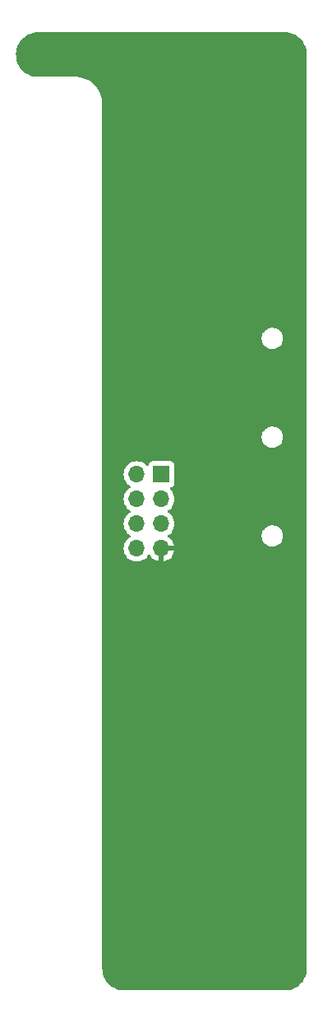
<source format=gbr>
%TF.GenerationSoftware,KiCad,Pcbnew,8.0.4-8.0.4-0~ubuntu22.04.1*%
%TF.CreationDate,2024-08-03T19:16:44+03:00*%
%TF.ProjectId,PM-CPU-ESP-front,504d2d43-5055-42d4-9553-502d66726f6e,rev?*%
%TF.SameCoordinates,Original*%
%TF.FileFunction,Copper,L1,Top*%
%TF.FilePolarity,Positive*%
%FSLAX46Y46*%
G04 Gerber Fmt 4.6, Leading zero omitted, Abs format (unit mm)*
G04 Created by KiCad (PCBNEW 8.0.4-8.0.4-0~ubuntu22.04.1) date 2024-08-03 19:16:44*
%MOMM*%
%LPD*%
G01*
G04 APERTURE LIST*
%TA.AperFunction,ComponentPad*%
%ADD10R,1.700000X1.700000*%
%TD*%
%TA.AperFunction,ComponentPad*%
%ADD11O,1.700000X1.700000*%
%TD*%
G04 APERTURE END LIST*
D10*
%TO.P,J2,1,Pin_1*%
%TO.N,+24V*%
X142240000Y-96520000D03*
D11*
%TO.P,J2,2,Pin_2*%
%TO.N,unconnected-(J2-Pin_2-Pad2)*%
X139700000Y-96520000D03*
%TO.P,J2,3,Pin_3*%
%TO.N,+5V*%
X142240000Y-99060000D03*
%TO.P,J2,4,Pin_4*%
%TO.N,unconnected-(J2-Pin_4-Pad4)*%
X139700000Y-99060000D03*
%TO.P,J2,5,Pin_5*%
%TO.N,+3.3V*%
X142240000Y-101600000D03*
%TO.P,J2,6,Pin_6*%
%TO.N,unconnected-(J2-Pin_6-Pad6)*%
X139700000Y-101600000D03*
%TO.P,J2,7,Pin_7*%
%TO.N,GND*%
X142240000Y-104140000D03*
%TO.P,J2,8,Pin_8*%
%TO.N,unconnected-(J2-Pin_8-Pad8)*%
X139700000Y-104140000D03*
%TD*%
%TA.AperFunction,Conductor*%
%TO.N,GND*%
G36*
X154943736Y-51050726D02*
G01*
X155208483Y-51066740D01*
X155223347Y-51068545D01*
X155480541Y-51115678D01*
X155495063Y-51119257D01*
X155744720Y-51197052D01*
X155758697Y-51202353D01*
X155997151Y-51309673D01*
X156010397Y-51316625D01*
X156234171Y-51451901D01*
X156246489Y-51460404D01*
X156452318Y-51621662D01*
X156463525Y-51631591D01*
X156648408Y-51816474D01*
X156658337Y-51827681D01*
X156819595Y-52033510D01*
X156828102Y-52045834D01*
X156963371Y-52269596D01*
X156970330Y-52282855D01*
X157077644Y-52521298D01*
X157082950Y-52535288D01*
X157160738Y-52784920D01*
X157164321Y-52799458D01*
X157211454Y-53056652D01*
X157213259Y-53071517D01*
X157229274Y-53336263D01*
X157229500Y-53343750D01*
X157229500Y-147316249D01*
X157229274Y-147323736D01*
X157213259Y-147588482D01*
X157211454Y-147603347D01*
X157164321Y-147860541D01*
X157160738Y-147875079D01*
X157082954Y-148124700D01*
X157077644Y-148138701D01*
X156970330Y-148377144D01*
X156963371Y-148390403D01*
X156828102Y-148614165D01*
X156819595Y-148626489D01*
X156658337Y-148832318D01*
X156648408Y-148843525D01*
X156463525Y-149028408D01*
X156452318Y-149038337D01*
X156246489Y-149199595D01*
X156234165Y-149208102D01*
X156010403Y-149343371D01*
X155997144Y-149350330D01*
X155758701Y-149457644D01*
X155744705Y-149462951D01*
X155497174Y-149540085D01*
X155495079Y-149540738D01*
X155480541Y-149544321D01*
X155223347Y-149591454D01*
X155208482Y-149593259D01*
X154943736Y-149609274D01*
X154936249Y-149609500D01*
X138433751Y-149609500D01*
X138426264Y-149609274D01*
X138161517Y-149593259D01*
X138146652Y-149591454D01*
X137889458Y-149544321D01*
X137874924Y-149540739D01*
X137625288Y-149462950D01*
X137611298Y-149457644D01*
X137372855Y-149350330D01*
X137359596Y-149343371D01*
X137135834Y-149208102D01*
X137123510Y-149199595D01*
X136917681Y-149038337D01*
X136906474Y-149028408D01*
X136721591Y-148843525D01*
X136711662Y-148832318D01*
X136550404Y-148626489D01*
X136541901Y-148614171D01*
X136406625Y-148390397D01*
X136399673Y-148377151D01*
X136292353Y-148138697D01*
X136287052Y-148124720D01*
X136209257Y-147875063D01*
X136205678Y-147860541D01*
X136158545Y-147603347D01*
X136156740Y-147588482D01*
X136140726Y-147323736D01*
X136140500Y-147316249D01*
X136140500Y-96519999D01*
X138344341Y-96519999D01*
X138344341Y-96520000D01*
X138364936Y-96755403D01*
X138364938Y-96755413D01*
X138426094Y-96983655D01*
X138426096Y-96983659D01*
X138426097Y-96983663D01*
X138510499Y-97164663D01*
X138525965Y-97197830D01*
X138525967Y-97197834D01*
X138661501Y-97391395D01*
X138661506Y-97391402D01*
X138828597Y-97558493D01*
X138828603Y-97558498D01*
X139014158Y-97688425D01*
X139057783Y-97743002D01*
X139064977Y-97812500D01*
X139033454Y-97874855D01*
X139014158Y-97891575D01*
X138828597Y-98021505D01*
X138661505Y-98188597D01*
X138525965Y-98382169D01*
X138525964Y-98382171D01*
X138426098Y-98596335D01*
X138426094Y-98596344D01*
X138364938Y-98824586D01*
X138364936Y-98824596D01*
X138344341Y-99059999D01*
X138344341Y-99060000D01*
X138364936Y-99295403D01*
X138364938Y-99295413D01*
X138426094Y-99523655D01*
X138426096Y-99523659D01*
X138426097Y-99523663D01*
X138430000Y-99532032D01*
X138525965Y-99737830D01*
X138525967Y-99737834D01*
X138634281Y-99892521D01*
X138661501Y-99931396D01*
X138661506Y-99931402D01*
X138828597Y-100098493D01*
X138828603Y-100098498D01*
X139014158Y-100228425D01*
X139057783Y-100283002D01*
X139064977Y-100352500D01*
X139033454Y-100414855D01*
X139014158Y-100431575D01*
X138828597Y-100561505D01*
X138661505Y-100728597D01*
X138525965Y-100922169D01*
X138525964Y-100922171D01*
X138426098Y-101136335D01*
X138426094Y-101136344D01*
X138364938Y-101364586D01*
X138364936Y-101364596D01*
X138344341Y-101599999D01*
X138344341Y-101600000D01*
X138364936Y-101835403D01*
X138364938Y-101835413D01*
X138426094Y-102063655D01*
X138426096Y-102063659D01*
X138426097Y-102063663D01*
X138506004Y-102235023D01*
X138525965Y-102277830D01*
X138525967Y-102277834D01*
X138634281Y-102432521D01*
X138661501Y-102471396D01*
X138661506Y-102471402D01*
X138828597Y-102638493D01*
X138828603Y-102638498D01*
X139014158Y-102768425D01*
X139057783Y-102823002D01*
X139064977Y-102892500D01*
X139033454Y-102954855D01*
X139014158Y-102971575D01*
X138828597Y-103101505D01*
X138661505Y-103268597D01*
X138525965Y-103462169D01*
X138525964Y-103462171D01*
X138426098Y-103676335D01*
X138426094Y-103676344D01*
X138364938Y-103904586D01*
X138364936Y-103904596D01*
X138344341Y-104139999D01*
X138344341Y-104140000D01*
X138364936Y-104375403D01*
X138364938Y-104375413D01*
X138426094Y-104603655D01*
X138426096Y-104603659D01*
X138426097Y-104603663D01*
X138509155Y-104781781D01*
X138525965Y-104817830D01*
X138525967Y-104817834D01*
X138634281Y-104972521D01*
X138661505Y-105011401D01*
X138828599Y-105178495D01*
X138925384Y-105246265D01*
X139022165Y-105314032D01*
X139022167Y-105314033D01*
X139022170Y-105314035D01*
X139236337Y-105413903D01*
X139464592Y-105475063D01*
X139652918Y-105491539D01*
X139699999Y-105495659D01*
X139700000Y-105495659D01*
X139700001Y-105495659D01*
X139739234Y-105492226D01*
X139935408Y-105475063D01*
X140163663Y-105413903D01*
X140377830Y-105314035D01*
X140571401Y-105178495D01*
X140738495Y-105011401D01*
X140868730Y-104825405D01*
X140923307Y-104781781D01*
X140992805Y-104774587D01*
X141055160Y-104806110D01*
X141071879Y-104825405D01*
X141201890Y-105011078D01*
X141368917Y-105178105D01*
X141562421Y-105313600D01*
X141776507Y-105413429D01*
X141776516Y-105413433D01*
X141990000Y-105470634D01*
X141990000Y-104573012D01*
X142047007Y-104605925D01*
X142174174Y-104640000D01*
X142305826Y-104640000D01*
X142432993Y-104605925D01*
X142490000Y-104573012D01*
X142490000Y-105470633D01*
X142703483Y-105413433D01*
X142703492Y-105413429D01*
X142917578Y-105313600D01*
X143111082Y-105178105D01*
X143278105Y-105011082D01*
X143413600Y-104817578D01*
X143513429Y-104603492D01*
X143513432Y-104603486D01*
X143570636Y-104390000D01*
X142673012Y-104390000D01*
X142705925Y-104332993D01*
X142740000Y-104205826D01*
X142740000Y-104074174D01*
X142705925Y-103947007D01*
X142673012Y-103890000D01*
X143570636Y-103890000D01*
X143570635Y-103889999D01*
X143513432Y-103676513D01*
X143513429Y-103676507D01*
X143413600Y-103462422D01*
X143413599Y-103462420D01*
X143278113Y-103268926D01*
X143278108Y-103268920D01*
X143111078Y-103101890D01*
X142925405Y-102971879D01*
X142881780Y-102917302D01*
X142874588Y-102847804D01*
X142906110Y-102785449D01*
X142908488Y-102783389D01*
X152569500Y-102783389D01*
X152569500Y-102956611D01*
X152596598Y-103127701D01*
X152650127Y-103292445D01*
X152728768Y-103446788D01*
X152830586Y-103586928D01*
X152953072Y-103709414D01*
X153093212Y-103811232D01*
X153247555Y-103889873D01*
X153412299Y-103943402D01*
X153583389Y-103970500D01*
X153583390Y-103970500D01*
X153756610Y-103970500D01*
X153756611Y-103970500D01*
X153927701Y-103943402D01*
X154092445Y-103889873D01*
X154246788Y-103811232D01*
X154386928Y-103709414D01*
X154509414Y-103586928D01*
X154611232Y-103446788D01*
X154689873Y-103292445D01*
X154743402Y-103127701D01*
X154770500Y-102956611D01*
X154770500Y-102783389D01*
X154743402Y-102612299D01*
X154689873Y-102447555D01*
X154611232Y-102293212D01*
X154509414Y-102153072D01*
X154386928Y-102030586D01*
X154246788Y-101928768D01*
X154092445Y-101850127D01*
X153927701Y-101796598D01*
X153927699Y-101796597D01*
X153927698Y-101796597D01*
X153796271Y-101775781D01*
X153756611Y-101769500D01*
X153583389Y-101769500D01*
X153543728Y-101775781D01*
X153412302Y-101796597D01*
X153247552Y-101850128D01*
X153093211Y-101928768D01*
X153013256Y-101986859D01*
X152953072Y-102030586D01*
X152953070Y-102030588D01*
X152953069Y-102030588D01*
X152830588Y-102153069D01*
X152830588Y-102153070D01*
X152830586Y-102153072D01*
X152786859Y-102213256D01*
X152728768Y-102293211D01*
X152650128Y-102447552D01*
X152596597Y-102612302D01*
X152569500Y-102783389D01*
X142908488Y-102783389D01*
X142925406Y-102768730D01*
X142925842Y-102768425D01*
X143111401Y-102638495D01*
X143278495Y-102471401D01*
X143414035Y-102277830D01*
X143513903Y-102063663D01*
X143575063Y-101835408D01*
X143595659Y-101600000D01*
X143575063Y-101364592D01*
X143513903Y-101136337D01*
X143414035Y-100922171D01*
X143408425Y-100914158D01*
X143278494Y-100728597D01*
X143111402Y-100561506D01*
X143111396Y-100561501D01*
X142925842Y-100431575D01*
X142882217Y-100376998D01*
X142875023Y-100307500D01*
X142906546Y-100245145D01*
X142925842Y-100228425D01*
X142948026Y-100212891D01*
X143111401Y-100098495D01*
X143278495Y-99931401D01*
X143414035Y-99737830D01*
X143513903Y-99523663D01*
X143575063Y-99295408D01*
X143595659Y-99060000D01*
X143575063Y-98824592D01*
X143513903Y-98596337D01*
X143414035Y-98382171D01*
X143408424Y-98374158D01*
X143278496Y-98188600D01*
X143278493Y-98188597D01*
X143156567Y-98066671D01*
X143123084Y-98005351D01*
X143128068Y-97935659D01*
X143169939Y-97879725D01*
X143200915Y-97862810D01*
X143332331Y-97813796D01*
X143447546Y-97727546D01*
X143533796Y-97612331D01*
X143584091Y-97477483D01*
X143590500Y-97417873D01*
X143590499Y-95622128D01*
X143584091Y-95562517D01*
X143582810Y-95559083D01*
X143533797Y-95427671D01*
X143533793Y-95427664D01*
X143447547Y-95312455D01*
X143447544Y-95312452D01*
X143332335Y-95226206D01*
X143332328Y-95226202D01*
X143197482Y-95175908D01*
X143197483Y-95175908D01*
X143137883Y-95169501D01*
X143137881Y-95169500D01*
X143137873Y-95169500D01*
X143137864Y-95169500D01*
X141342129Y-95169500D01*
X141342123Y-95169501D01*
X141282516Y-95175908D01*
X141147671Y-95226202D01*
X141147664Y-95226206D01*
X141032455Y-95312452D01*
X141032452Y-95312455D01*
X140946206Y-95427664D01*
X140946203Y-95427669D01*
X140897189Y-95559083D01*
X140855317Y-95615016D01*
X140789853Y-95639433D01*
X140721580Y-95624581D01*
X140693326Y-95603430D01*
X140571402Y-95481506D01*
X140571395Y-95481501D01*
X140377834Y-95345967D01*
X140377830Y-95345965D01*
X140377828Y-95345964D01*
X140163663Y-95246097D01*
X140163659Y-95246096D01*
X140163655Y-95246094D01*
X139935413Y-95184938D01*
X139935403Y-95184936D01*
X139700001Y-95164341D01*
X139699999Y-95164341D01*
X139464596Y-95184936D01*
X139464586Y-95184938D01*
X139236344Y-95246094D01*
X139236335Y-95246098D01*
X139022171Y-95345964D01*
X139022169Y-95345965D01*
X138828597Y-95481505D01*
X138661505Y-95648597D01*
X138525965Y-95842169D01*
X138525964Y-95842171D01*
X138426098Y-96056335D01*
X138426094Y-96056344D01*
X138364938Y-96284586D01*
X138364936Y-96284596D01*
X138344341Y-96519999D01*
X136140500Y-96519999D01*
X136140500Y-92623389D01*
X152569500Y-92623389D01*
X152569500Y-92796611D01*
X152596598Y-92967701D01*
X152650127Y-93132445D01*
X152728768Y-93286788D01*
X152830586Y-93426928D01*
X152953072Y-93549414D01*
X153093212Y-93651232D01*
X153247555Y-93729873D01*
X153412299Y-93783402D01*
X153583389Y-93810500D01*
X153583390Y-93810500D01*
X153756610Y-93810500D01*
X153756611Y-93810500D01*
X153927701Y-93783402D01*
X154092445Y-93729873D01*
X154246788Y-93651232D01*
X154386928Y-93549414D01*
X154509414Y-93426928D01*
X154611232Y-93286788D01*
X154689873Y-93132445D01*
X154743402Y-92967701D01*
X154770500Y-92796611D01*
X154770500Y-92623389D01*
X154743402Y-92452299D01*
X154689873Y-92287555D01*
X154611232Y-92133212D01*
X154509414Y-91993072D01*
X154386928Y-91870586D01*
X154246788Y-91768768D01*
X154092445Y-91690127D01*
X153927701Y-91636598D01*
X153927699Y-91636597D01*
X153927698Y-91636597D01*
X153796271Y-91615781D01*
X153756611Y-91609500D01*
X153583389Y-91609500D01*
X153543728Y-91615781D01*
X153412302Y-91636597D01*
X153247552Y-91690128D01*
X153093211Y-91768768D01*
X153013256Y-91826859D01*
X152953072Y-91870586D01*
X152953070Y-91870588D01*
X152953069Y-91870588D01*
X152830588Y-91993069D01*
X152830588Y-91993070D01*
X152830586Y-91993072D01*
X152786859Y-92053256D01*
X152728768Y-92133211D01*
X152650128Y-92287552D01*
X152596597Y-92452302D01*
X152569500Y-92623389D01*
X136140500Y-92623389D01*
X136140500Y-82463389D01*
X152569500Y-82463389D01*
X152569500Y-82636611D01*
X152596598Y-82807701D01*
X152650127Y-82972445D01*
X152728768Y-83126788D01*
X152830586Y-83266928D01*
X152953072Y-83389414D01*
X153093212Y-83491232D01*
X153247555Y-83569873D01*
X153412299Y-83623402D01*
X153583389Y-83650500D01*
X153583390Y-83650500D01*
X153756610Y-83650500D01*
X153756611Y-83650500D01*
X153927701Y-83623402D01*
X154092445Y-83569873D01*
X154246788Y-83491232D01*
X154386928Y-83389414D01*
X154509414Y-83266928D01*
X154611232Y-83126788D01*
X154689873Y-82972445D01*
X154743402Y-82807701D01*
X154770500Y-82636611D01*
X154770500Y-82463389D01*
X154743402Y-82292299D01*
X154689873Y-82127555D01*
X154611232Y-81973212D01*
X154509414Y-81833072D01*
X154386928Y-81710586D01*
X154246788Y-81608768D01*
X154092445Y-81530127D01*
X153927701Y-81476598D01*
X153927699Y-81476597D01*
X153927698Y-81476597D01*
X153796271Y-81455781D01*
X153756611Y-81449500D01*
X153583389Y-81449500D01*
X153543728Y-81455781D01*
X153412302Y-81476597D01*
X153247552Y-81530128D01*
X153093211Y-81608768D01*
X153013256Y-81666859D01*
X152953072Y-81710586D01*
X152953070Y-81710588D01*
X152953069Y-81710588D01*
X152830588Y-81833069D01*
X152830588Y-81833070D01*
X152830586Y-81833072D01*
X152786859Y-81893256D01*
X152728768Y-81973211D01*
X152650128Y-82127552D01*
X152596597Y-82292302D01*
X152569500Y-82463389D01*
X136140500Y-82463389D01*
X136140500Y-58263286D01*
X136140499Y-58263282D01*
X136105410Y-57951851D01*
X136105409Y-57951846D01*
X136105408Y-57951837D01*
X136035665Y-57646273D01*
X135932148Y-57350439D01*
X135796159Y-57068056D01*
X135629409Y-56802673D01*
X135433993Y-56557630D01*
X135212370Y-56336007D01*
X134967327Y-56140591D01*
X134701944Y-55973841D01*
X134701941Y-55973839D01*
X134419568Y-55837855D01*
X134419554Y-55837849D01*
X134123738Y-55734338D01*
X134123730Y-55734335D01*
X133894554Y-55682027D01*
X133818163Y-55664592D01*
X133818160Y-55664591D01*
X133818148Y-55664589D01*
X133506717Y-55629500D01*
X133506711Y-55629500D01*
X133399828Y-55629500D01*
X129543751Y-55629500D01*
X129536264Y-55629274D01*
X129271517Y-55613259D01*
X129256652Y-55611454D01*
X128999458Y-55564321D01*
X128984924Y-55560739D01*
X128735288Y-55482950D01*
X128721298Y-55477644D01*
X128482855Y-55370330D01*
X128469596Y-55363371D01*
X128245834Y-55228102D01*
X128233510Y-55219595D01*
X128027681Y-55058337D01*
X128016474Y-55048408D01*
X127831591Y-54863525D01*
X127821662Y-54852318D01*
X127660404Y-54646489D01*
X127651901Y-54634171D01*
X127516625Y-54410397D01*
X127509673Y-54397151D01*
X127402353Y-54158697D01*
X127397052Y-54144720D01*
X127319257Y-53895063D01*
X127315678Y-53880541D01*
X127268545Y-53623347D01*
X127266740Y-53608482D01*
X127259979Y-53496711D01*
X127250952Y-53347472D01*
X127250952Y-53332527D01*
X127266740Y-53071514D01*
X127268545Y-53056652D01*
X127315678Y-52799458D01*
X127319256Y-52784940D01*
X127397054Y-52535273D01*
X127402351Y-52521308D01*
X127509676Y-52282841D01*
X127516621Y-52269608D01*
X127651906Y-52045820D01*
X127660396Y-52033521D01*
X127821667Y-51827674D01*
X127831583Y-51816482D01*
X128016482Y-51631583D01*
X128027674Y-51621667D01*
X128233521Y-51460396D01*
X128245820Y-51451906D01*
X128469608Y-51316621D01*
X128482841Y-51309676D01*
X128721308Y-51202351D01*
X128735273Y-51197054D01*
X128984940Y-51119256D01*
X128999454Y-51115678D01*
X129256656Y-51068544D01*
X129271514Y-51066740D01*
X129536264Y-51050726D01*
X129543751Y-51050500D01*
X129584170Y-51050500D01*
X154895830Y-51050500D01*
X154936249Y-51050500D01*
X154943736Y-51050726D01*
G37*
%TD.AperFunction*%
%TD*%
M02*

</source>
